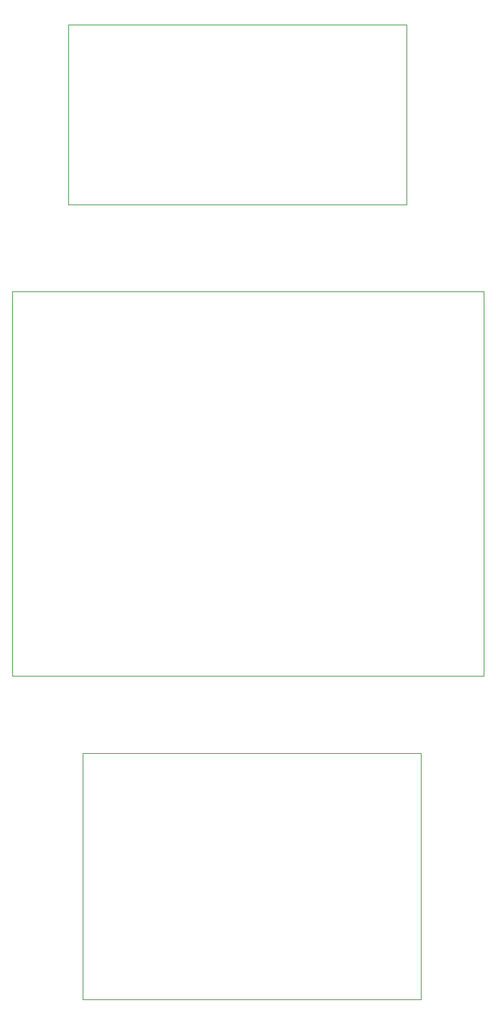
<source format=gbr>
%TF.GenerationSoftware,KiCad,Pcbnew,7.0.10-7.0.10~ubuntu22.04.1*%
%TF.CreationDate,2024-03-21T08:58:38+05:30*%
%TF.ProjectId,Smart Watch,536d6172-7420-4576-9174-63682e6b6963,rev?*%
%TF.SameCoordinates,Original*%
%TF.FileFunction,Profile,NP*%
%FSLAX46Y46*%
G04 Gerber Fmt 4.6, Leading zero omitted, Abs format (unit mm)*
G04 Created by KiCad (PCBNEW 7.0.10-7.0.10~ubuntu22.04.1) date 2024-03-21 08:58:38*
%MOMM*%
%LPD*%
G01*
G04 APERTURE LIST*
%TA.AperFunction,Profile*%
%ADD10C,0.100000*%
%TD*%
G04 APERTURE END LIST*
D10*
X83820000Y-69850000D02*
X142240000Y-69850000D01*
X142240000Y-117475000D01*
X83820000Y-117475000D01*
X83820000Y-69850000D01*
X92520000Y-127000000D02*
X134430000Y-127000000D01*
X134430000Y-157480000D01*
X92520000Y-157480000D01*
X92520000Y-127000000D01*
X90779600Y-36830000D02*
X132715000Y-36830000D01*
X132715000Y-59080400D01*
X90779600Y-59080400D01*
X90779600Y-36830000D01*
M02*

</source>
